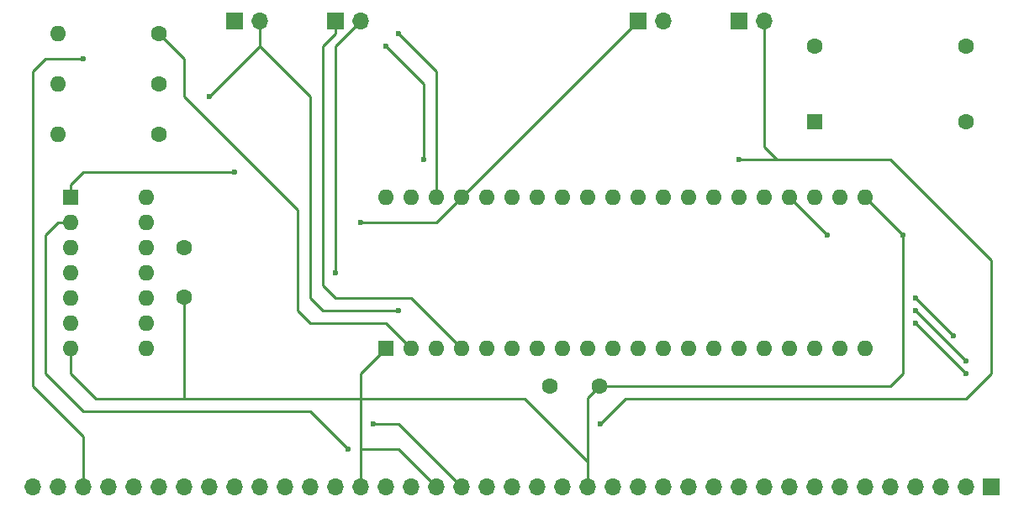
<source format=gbl>
G04 #@! TF.FileFunction,Copper,L2,Bot,Signal*
%FSLAX46Y46*%
G04 Gerber Fmt 4.6, Leading zero omitted, Abs format (unit mm)*
G04 Created by KiCad (PCBNEW 4.0.6) date 05/15/17 21:37:23*
%MOMM*%
%LPD*%
G01*
G04 APERTURE LIST*
%ADD10C,0.100000*%
%ADD11R,1.700000X1.700000*%
%ADD12O,1.700000X1.700000*%
%ADD13C,1.600000*%
%ADD14O,1.600000X1.600000*%
%ADD15R,1.600000X1.600000*%
%ADD16C,0.600000*%
%ADD17C,0.250000*%
G04 APERTURE END LIST*
D10*
D11*
X190500000Y-139700000D03*
D12*
X187960000Y-139700000D03*
X185420000Y-139700000D03*
X182880000Y-139700000D03*
X180340000Y-139700000D03*
X177800000Y-139700000D03*
X175260000Y-139700000D03*
X172720000Y-139700000D03*
X170180000Y-139700000D03*
X167640000Y-139700000D03*
X165100000Y-139700000D03*
X162560000Y-139700000D03*
X160020000Y-139700000D03*
X157480000Y-139700000D03*
X154940000Y-139700000D03*
X152400000Y-139700000D03*
X149860000Y-139700000D03*
X147320000Y-139700000D03*
X144780000Y-139700000D03*
X142240000Y-139700000D03*
X139700000Y-139700000D03*
X137160000Y-139700000D03*
X134620000Y-139700000D03*
X132080000Y-139700000D03*
X129540000Y-139700000D03*
X127000000Y-139700000D03*
X124460000Y-139700000D03*
X121920000Y-139700000D03*
X119380000Y-139700000D03*
X116840000Y-139700000D03*
X114300000Y-139700000D03*
X111760000Y-139700000D03*
X109220000Y-139700000D03*
X106680000Y-139700000D03*
X104140000Y-139700000D03*
X101600000Y-139700000D03*
X99060000Y-139700000D03*
X96520000Y-139700000D03*
X93980000Y-139700000D03*
D11*
X124460000Y-92710000D03*
D12*
X127000000Y-92710000D03*
D11*
X114300000Y-92710000D03*
D12*
X116840000Y-92710000D03*
D13*
X106680000Y-93980000D03*
D14*
X96520000Y-93980000D03*
D13*
X106680000Y-99060000D03*
D14*
X96520000Y-99060000D03*
D13*
X106680000Y-104140000D03*
D14*
X96520000Y-104140000D03*
D15*
X129540000Y-125730000D03*
D14*
X177800000Y-110490000D03*
X132080000Y-125730000D03*
X175260000Y-110490000D03*
X134620000Y-125730000D03*
X172720000Y-110490000D03*
X137160000Y-125730000D03*
X170180000Y-110490000D03*
X139700000Y-125730000D03*
X167640000Y-110490000D03*
X142240000Y-125730000D03*
X165100000Y-110490000D03*
X144780000Y-125730000D03*
X162560000Y-110490000D03*
X147320000Y-125730000D03*
X160020000Y-110490000D03*
X149860000Y-125730000D03*
X157480000Y-110490000D03*
X152400000Y-125730000D03*
X154940000Y-110490000D03*
X154940000Y-125730000D03*
X152400000Y-110490000D03*
X157480000Y-125730000D03*
X149860000Y-110490000D03*
X160020000Y-125730000D03*
X147320000Y-110490000D03*
X162560000Y-125730000D03*
X144780000Y-110490000D03*
X165100000Y-125730000D03*
X142240000Y-110490000D03*
X167640000Y-125730000D03*
X139700000Y-110490000D03*
X170180000Y-125730000D03*
X137160000Y-110490000D03*
X172720000Y-125730000D03*
X134620000Y-110490000D03*
X175260000Y-125730000D03*
X132080000Y-110490000D03*
X177800000Y-125730000D03*
X129540000Y-110490000D03*
D15*
X97790000Y-110490000D03*
D14*
X105410000Y-125730000D03*
X97790000Y-113030000D03*
X105410000Y-123190000D03*
X97790000Y-115570000D03*
X105410000Y-120650000D03*
X97790000Y-118110000D03*
X105410000Y-118110000D03*
X97790000Y-120650000D03*
X105410000Y-115570000D03*
X97790000Y-123190000D03*
X105410000Y-113030000D03*
X97790000Y-125730000D03*
X105410000Y-110490000D03*
D13*
X109220000Y-115570000D03*
X109220000Y-120570000D03*
X146050000Y-129540000D03*
X151050000Y-129540000D03*
D11*
X165100000Y-92710000D03*
D12*
X167640000Y-92710000D03*
D11*
X154940000Y-92710000D03*
D12*
X157480000Y-92710000D03*
D15*
X172720000Y-102870000D03*
D13*
X172720000Y-95250000D03*
X187960000Y-95250000D03*
X187960000Y-102870000D03*
D16*
X182880000Y-121920000D03*
X187960000Y-127000000D03*
X173990000Y-114300000D03*
X182880000Y-123190000D03*
X187960000Y-128270000D03*
X186690000Y-124460000D03*
X182880000Y-120650000D03*
X181610000Y-114300000D03*
X165100000Y-106680000D03*
X151130000Y-133350000D03*
X130810000Y-93980000D03*
X127000000Y-113030000D03*
X128270000Y-133350000D03*
X124460000Y-118110000D03*
X114300000Y-107950000D03*
X129540000Y-95250000D03*
X133350000Y-106680000D03*
X125730000Y-135890000D03*
X99060000Y-96520000D03*
X130810000Y-121920000D03*
X111760000Y-100330000D03*
D17*
X187960000Y-127000000D02*
X182880000Y-121920000D01*
X173990000Y-114300000D02*
X170180000Y-110490000D01*
X187960000Y-128270000D02*
X182880000Y-123190000D01*
X182880000Y-120650000D02*
X186690000Y-124460000D01*
X149860000Y-137160000D02*
X143510000Y-130810000D01*
X143510000Y-130810000D02*
X142240000Y-130810000D01*
X149860000Y-139700000D02*
X149860000Y-137160000D01*
X149860000Y-137160000D02*
X149860000Y-130730000D01*
X149860000Y-130730000D02*
X151050000Y-129540000D01*
X156210000Y-129540000D02*
X151050000Y-129540000D01*
X149860000Y-139700000D02*
X149860000Y-138430000D01*
X127000000Y-130810000D02*
X142240000Y-130810000D01*
X179070000Y-129540000D02*
X180340000Y-129540000D01*
X177800000Y-129540000D02*
X179070000Y-129540000D01*
X156210000Y-129540000D02*
X177800000Y-129540000D01*
X109220000Y-120570000D02*
X109220000Y-130810000D01*
X134620000Y-139700000D02*
X130810000Y-135890000D01*
X130810000Y-135890000D02*
X127000000Y-135890000D01*
X127000000Y-130810000D02*
X127000000Y-128270000D01*
X127000000Y-128270000D02*
X129540000Y-125730000D01*
X127000000Y-139700000D02*
X127000000Y-135890000D01*
X127000000Y-135890000D02*
X127000000Y-130810000D01*
X107950000Y-130810000D02*
X109220000Y-130810000D01*
X109220000Y-130810000D02*
X127000000Y-130810000D01*
X97790000Y-128270000D02*
X97790000Y-125730000D01*
X100330000Y-130810000D02*
X97790000Y-128270000D01*
X101600000Y-130810000D02*
X100330000Y-130810000D01*
X107950000Y-130810000D02*
X101600000Y-130810000D01*
X181610000Y-114300000D02*
X177800000Y-110490000D01*
X181610000Y-115570000D02*
X181610000Y-114300000D01*
X181610000Y-128270000D02*
X181610000Y-123190000D01*
X180340000Y-129540000D02*
X181610000Y-128270000D01*
X181610000Y-123190000D02*
X181610000Y-115570000D01*
X165100000Y-106680000D02*
X168910000Y-106680000D01*
X167640000Y-92710000D02*
X167640000Y-105410000D01*
X167640000Y-105410000D02*
X168910000Y-106680000D01*
X181610000Y-130810000D02*
X187960000Y-130810000D01*
X151130000Y-133350000D02*
X153670000Y-130810000D01*
X181610000Y-107950000D02*
X190500000Y-116840000D01*
X190500000Y-116840000D02*
X190500000Y-118110000D01*
X190500000Y-118110000D02*
X190500000Y-121920000D01*
X190500000Y-128270000D02*
X190500000Y-121920000D01*
X187960000Y-130810000D02*
X190500000Y-128270000D01*
X180340000Y-106680000D02*
X181610000Y-107950000D01*
X179070000Y-106680000D02*
X180340000Y-106680000D01*
X168910000Y-106680000D02*
X179070000Y-106680000D01*
X153670000Y-130810000D02*
X181610000Y-130810000D01*
X130810000Y-93980000D02*
X134620000Y-97790000D01*
X134620000Y-97790000D02*
X134620000Y-110490000D01*
X154940000Y-92710000D02*
X151130000Y-96520000D01*
X143510000Y-104140000D02*
X151130000Y-96520000D01*
X143510000Y-104140000D02*
X137160000Y-110490000D01*
X134620000Y-113030000D02*
X127000000Y-113030000D01*
X137160000Y-110490000D02*
X134620000Y-113030000D01*
X127000000Y-92710000D02*
X124460000Y-95250000D01*
X124460000Y-95250000D02*
X124460000Y-96520000D01*
X130810000Y-133350000D02*
X128270000Y-133350000D01*
X124460000Y-118110000D02*
X124460000Y-96520000D01*
X130810000Y-133350000D02*
X137160000Y-139700000D01*
X102870000Y-107950000D02*
X101600000Y-107950000D01*
X97790000Y-109220000D02*
X97790000Y-110490000D01*
X99060000Y-107950000D02*
X97790000Y-109220000D01*
X101600000Y-107950000D02*
X99060000Y-107950000D01*
X133350000Y-106680000D02*
X133350000Y-99060000D01*
X102870000Y-107950000D02*
X114300000Y-107950000D01*
X129540000Y-95250000D02*
X133350000Y-99060000D01*
X95250000Y-128270000D02*
X95250000Y-114300000D01*
X96520000Y-113030000D02*
X97790000Y-113030000D01*
X95250000Y-114300000D02*
X96520000Y-113030000D01*
X99060000Y-132080000D02*
X95250000Y-128270000D01*
X121920000Y-132080000D02*
X99060000Y-132080000D01*
X125730000Y-135890000D02*
X121920000Y-132080000D01*
X99060000Y-134620000D02*
X99060000Y-139700000D01*
X93980000Y-129540000D02*
X99060000Y-134620000D01*
X93980000Y-97790000D02*
X93980000Y-129540000D01*
X95250000Y-96520000D02*
X93980000Y-97790000D01*
X99060000Y-96520000D02*
X95250000Y-96520000D01*
X124460000Y-92710000D02*
X124460000Y-93980000D01*
X132080000Y-120650000D02*
X124460000Y-120650000D01*
X124460000Y-120650000D02*
X123190000Y-119380000D01*
X123190000Y-119380000D02*
X123190000Y-95250000D01*
X123190000Y-95250000D02*
X124460000Y-93980000D01*
X132080000Y-120650000D02*
X137160000Y-125730000D01*
X116840000Y-95250000D02*
X116840000Y-92710000D01*
X121920000Y-100330000D02*
X116840000Y-95250000D01*
X121920000Y-120650000D02*
X121920000Y-100330000D01*
X123190000Y-121920000D02*
X121920000Y-120650000D01*
X130810000Y-121920000D02*
X123190000Y-121920000D01*
X111760000Y-100330000D02*
X116840000Y-95250000D01*
X132080000Y-125730000D02*
X129540000Y-123190000D01*
X109220000Y-96520000D02*
X106680000Y-93980000D01*
X109220000Y-100330000D02*
X109220000Y-96520000D01*
X120650000Y-111760000D02*
X109220000Y-100330000D01*
X120650000Y-121920000D02*
X120650000Y-111760000D01*
X121920000Y-123190000D02*
X120650000Y-121920000D01*
X123190000Y-123190000D02*
X121920000Y-123190000D01*
X129540000Y-123190000D02*
X123190000Y-123190000D01*
M02*

</source>
